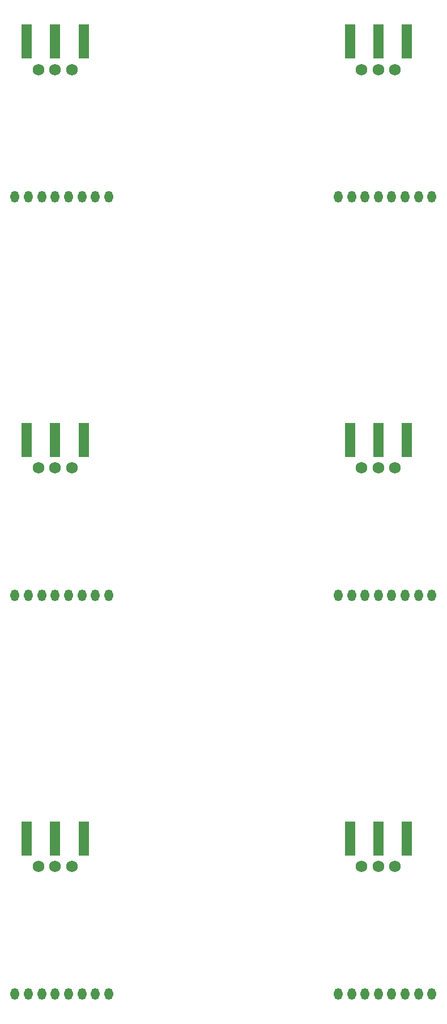
<source format=gbr>
%TF.GenerationSoftware,KiCad,Pcbnew,(6.0.6-0)*%
%TF.CreationDate,2022-06-29T17:43:41+02:00*%
%TF.ProjectId,panel,70616e65-6c2e-46b6-9963-61645f706362,rev?*%
%TF.SameCoordinates,Original*%
%TF.FileFunction,Paste,Bot*%
%TF.FilePolarity,Positive*%
%FSLAX46Y46*%
G04 Gerber Fmt 4.6, Leading zero omitted, Abs format (unit mm)*
G04 Created by KiCad (PCBNEW (6.0.6-0)) date 2022-06-29 17:43:41*
%MOMM*%
%LPD*%
G01*
G04 APERTURE LIST*
%ADD10R,1.500000X5.080000*%
%ADD11O,1.300000X1.750000*%
%ADD12C,1.750000*%
G04 APERTURE END LIST*
D10*
%TO.C,J3*%
X92449400Y-84380400D03*
X88199400Y-84380400D03*
X96699400Y-84380400D03*
%TD*%
%TO.C,J3*%
X44149400Y-84380400D03*
X48399400Y-84380400D03*
X39899400Y-84380400D03*
%TD*%
D11*
%TO.C,U2*%
X52140000Y-48071000D03*
X50140000Y-48071000D03*
X48140000Y-48071000D03*
X46140000Y-48071000D03*
X44140000Y-48071000D03*
X42140000Y-48071000D03*
X40140000Y-48071000D03*
X38140000Y-48071000D03*
D12*
X41640000Y-29071000D03*
X44140000Y-29071000D03*
X46640000Y-29071000D03*
%TD*%
D10*
%TO.C,J3*%
X44149400Y-24880400D03*
X48399400Y-24880400D03*
X39899400Y-24880400D03*
%TD*%
D11*
%TO.C,U2*%
X100440000Y-167071000D03*
X98440000Y-167071000D03*
X96440000Y-167071000D03*
X94440000Y-167071000D03*
X92440000Y-167071000D03*
X90440000Y-167071000D03*
X88440000Y-167071000D03*
X86440000Y-167071000D03*
D12*
X89940000Y-148071000D03*
X92440000Y-148071000D03*
X94940000Y-148071000D03*
%TD*%
D11*
%TO.C,U2*%
X100440000Y-107571000D03*
X98440000Y-107571000D03*
X96440000Y-107571000D03*
X94440000Y-107571000D03*
X92440000Y-107571000D03*
X90440000Y-107571000D03*
X88440000Y-107571000D03*
X86440000Y-107571000D03*
D12*
X89940000Y-88571000D03*
X92440000Y-88571000D03*
X94940000Y-88571000D03*
%TD*%
D10*
%TO.C,J3*%
X44149400Y-143880400D03*
X48399400Y-143880400D03*
X39899400Y-143880400D03*
%TD*%
D11*
%TO.C,U2*%
X52140000Y-107571000D03*
X50140000Y-107571000D03*
X48140000Y-107571000D03*
X46140000Y-107571000D03*
X44140000Y-107571000D03*
X42140000Y-107571000D03*
X40140000Y-107571000D03*
X38140000Y-107571000D03*
D12*
X41640000Y-88571000D03*
X44140000Y-88571000D03*
X46640000Y-88571000D03*
%TD*%
D10*
%TO.C,J3*%
X92449400Y-24880400D03*
X88199400Y-24880400D03*
X96699400Y-24880400D03*
%TD*%
%TO.C,J3*%
X92449400Y-143880400D03*
X88199400Y-143880400D03*
X96699400Y-143880400D03*
%TD*%
D11*
%TO.C,U2*%
X100440000Y-48071000D03*
X98440000Y-48071000D03*
X96440000Y-48071000D03*
X94440000Y-48071000D03*
X92440000Y-48071000D03*
X90440000Y-48071000D03*
X88440000Y-48071000D03*
X86440000Y-48071000D03*
D12*
X89940000Y-29071000D03*
X92440000Y-29071000D03*
X94940000Y-29071000D03*
%TD*%
D11*
%TO.C,U2*%
X52140000Y-167071000D03*
X50140000Y-167071000D03*
X48140000Y-167071000D03*
X46140000Y-167071000D03*
X44140000Y-167071000D03*
X42140000Y-167071000D03*
X40140000Y-167071000D03*
X38140000Y-167071000D03*
D12*
X41640000Y-148071000D03*
X44140000Y-148071000D03*
X46640000Y-148071000D03*
%TD*%
M02*

</source>
